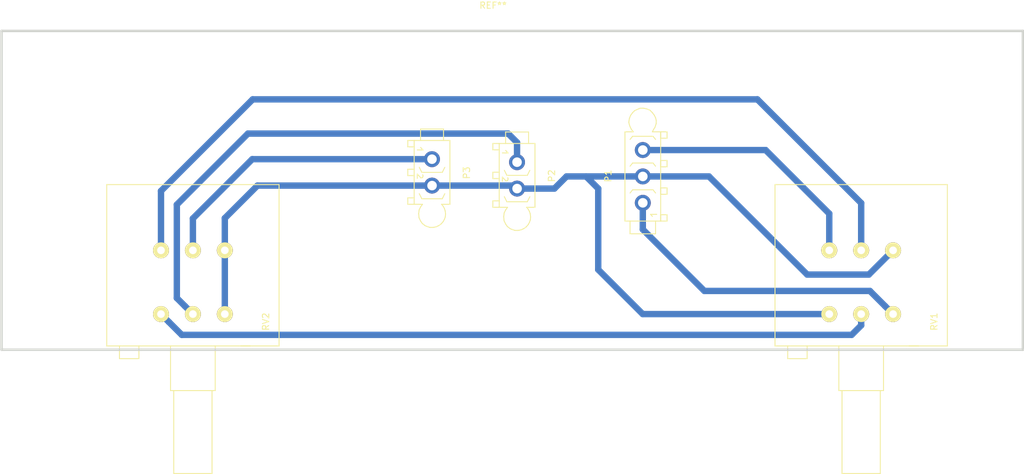
<source format=kicad_pcb>
(kicad_pcb (version 4) (host pcbnew 4.0.7)

  (general
    (links 12)
    (no_connects 0)
    (area 53.398 82.6926 214.238181 157.355001)
    (thickness 1.6)
    (drawings 0)
    (tracks 46)
    (zones 0)
    (modules 6)
    (nets 8)
  )

  (page A4)
  (layers
    (0 F.Cu signal)
    (31 B.Cu signal)
    (32 B.Adhes user)
    (33 F.Adhes user)
    (34 B.Paste user)
    (35 F.Paste user)
    (36 B.SilkS user)
    (37 F.SilkS user)
    (38 B.Mask user)
    (39 F.Mask user)
    (40 Dwgs.User user)
    (41 Cmts.User user)
    (42 Eco1.User user)
    (43 Eco2.User user)
    (44 Edge.Cuts user)
    (45 Margin user)
    (46 B.CrtYd user)
    (47 F.CrtYd user)
    (48 B.Fab user)
    (49 F.Fab user)
  )

  (setup
    (last_trace_width 1)
    (trace_clearance 0.2)
    (zone_clearance 0.508)
    (zone_45_only no)
    (trace_min 0.2)
    (segment_width 0.2)
    (edge_width 0.15)
    (via_size 2)
    (via_drill 1)
    (via_min_size 0.4)
    (via_min_drill 0.3)
    (uvia_size 0.3)
    (uvia_drill 0.1)
    (uvias_allowed no)
    (uvia_min_size 0.2)
    (uvia_min_drill 0.1)
    (pcb_text_width 0.3)
    (pcb_text_size 1.5 1.5)
    (mod_edge_width 0.15)
    (mod_text_size 1 1)
    (mod_text_width 0.15)
    (pad_size 1.524 1.524)
    (pad_drill 0.762)
    (pad_to_mask_clearance 0.2)
    (aux_axis_origin 0 0)
    (visible_elements 7FFFFFFF)
    (pcbplotparams
      (layerselection 0x00030_80000001)
      (usegerberextensions false)
      (excludeedgelayer true)
      (linewidth 0.100000)
      (plotframeref false)
      (viasonmask false)
      (mode 1)
      (useauxorigin false)
      (hpglpennumber 1)
      (hpglpenspeed 20)
      (hpglpendiameter 15)
      (hpglpenoverlay 2)
      (psnegative false)
      (psa4output false)
      (plotreference true)
      (plotvalue true)
      (plotinvisibletext false)
      (padsonsilk false)
      (subtractmaskfromsilk false)
      (outputformat 1)
      (mirror false)
      (drillshape 1)
      (scaleselection 1)
      (outputdirectory ""))
  )

  (net 0 "")
  (net 1 Earth_Clean)
  (net 2 "Net-(RV1-Pad5)")
  (net 3 "Net-(RV1-Pad2)")
  (net 4 "Net-(P1-Pad1)")
  (net 5 "Net-(P1-Pad3)")
  (net 6 "Net-(P2-Pad1)")
  (net 7 "Net-(P3-Pad1)")

  (net_class Default "Dies ist die voreingestellte Netzklasse."
    (clearance 0.2)
    (trace_width 1)
    (via_dia 2)
    (via_drill 1)
    (uvia_dia 0.3)
    (uvia_drill 0.1)
    (add_net Earth_Clean)
    (add_net "Net-(P1-Pad1)")
    (add_net "Net-(P1-Pad3)")
    (add_net "Net-(P2-Pad1)")
    (add_net "Net-(P3-Pad1)")
    (add_net "Net-(RV1-Pad2)")
    (add_net "Net-(RV1-Pad5)")
  )

  (module Potentiometer_Alps_RKxxx:Potentiometer_Alps-RK271-double (layer F.Cu) (tedit 57F82420) (tstamp 57F85FDA)
    (at 88.82 133.27 270)
    (descr "Potentiometer  Alps, RK271")
    (tags "Potentiometer, double, dual, Alps, RK271")
    (path /55DA80EE)
    (fp_text reference RV2 (at 0 -6.42874 270) (layer F.SilkS)
      (effects (font (size 1 1) (thickness 0.15)))
    )
    (fp_text value "Alps 20k log" (at 0 16.43126 270) (layer F.Fab)
      (effects (font (size 1 1) (thickness 0.15)))
    )
    (fp_line (start 3.79984 16.51) (end 5.79984 16.51) (layer F.SilkS) (width 0.15))
    (fp_line (start 3.79984 13.462) (end 5.79984 13.462) (layer F.SilkS) (width 0.15))
    (fp_line (start 5.79984 13.5) (end 5.79984 16.5) (layer F.SilkS) (width 0.15))
    (fp_line (start -21.50016 -8.5) (end -21.50016 18.5) (layer F.SilkS) (width 0.15))
    (fp_line (start 3.79984 -2.49936) (end 3.79984 -3.99796) (layer F.SilkS) (width 0.15))
    (fp_line (start 3.79984 -8.5) (end -21.50016 -8.5) (layer F.SilkS) (width 0.15))
    (fp_line (start 10.81 2.00152) (end 23.81 2.00152) (layer F.SilkS) (width 0.15))
    (fp_line (start 23.81 2.00152) (end 23.81 8.001) (layer F.SilkS) (width 0.15))
    (fp_line (start 23.81 8.001) (end 10.81 8.001) (layer F.SilkS) (width 0.15))
    (fp_line (start 3.79984 1.50114) (end 10.81 1.50114) (layer F.SilkS) (width 0.15))
    (fp_line (start 10.81 1.50114) (end 10.81 8.50138) (layer F.SilkS) (width 0.15))
    (fp_line (start 10.81 8.50138) (end 3.79984 8.50138) (layer F.SilkS) (width 0.15))
    (fp_line (start -21.50016 18.5) (end 3.79984 18.5) (layer F.SilkS) (width 0.15))
    (fp_line (start 3.79984 18.5) (end 3.79984 -8.5) (layer F.SilkS) (width 0.15))
    (pad 4 thru_hole circle (at -11.19 10 270) (size 2.49936 2.49936) (drill 1.19888) (layers *.Cu *.Mask F.SilkS)
      (net 2 "Net-(RV1-Pad5)"))
    (pad 5 thru_hole circle (at -11.19 5 270) (size 2.49936 2.49936) (drill 1.19888) (layers *.Cu *.Mask F.SilkS)
      (net 7 "Net-(P3-Pad1)"))
    (pad 6 thru_hole circle (at -11.19 0 270) (size 2.49936 2.49936) (drill 1.19888) (layers *.Cu *.Mask F.SilkS)
      (net 1 Earth_Clean))
    (pad 2 thru_hole circle (at -1.19 5 270) (size 2.49936 2.49936) (drill 1.19888) (layers *.Cu *.Mask F.SilkS)
      (net 6 "Net-(P2-Pad1)"))
    (pad 1 thru_hole circle (at -1.19 10 270) (size 2.49936 2.49936) (drill 1.19888) (layers *.Cu *.Mask F.SilkS)
      (net 3 "Net-(RV1-Pad2)"))
    (pad 3 thru_hole circle (at -1.19 0 270) (size 2.49936 2.49936) (drill 1.19888) (layers *.Cu *.Mask F.SilkS)
      (net 1 Earth_Clean))
  )

  (module Potentiometer_Alps_RKxxx:Potentiometer_Alps-RK271-double (layer F.Cu) (tedit 57F82420) (tstamp 57F85FD1)
    (at 193.515 133.27 270)
    (descr "Potentiometer  Alps, RK271")
    (tags "Potentiometer, double, dual, Alps, RK271")
    (path /55DA8395)
    (fp_text reference RV1 (at 0 -6.42874 270) (layer F.SilkS)
      (effects (font (size 1 1) (thickness 0.15)))
    )
    (fp_text value "Alps 50k lin" (at 0 16.43126 270) (layer F.Fab)
      (effects (font (size 1 1) (thickness 0.15)))
    )
    (fp_line (start 3.79984 16.51) (end 5.79984 16.51) (layer F.SilkS) (width 0.15))
    (fp_line (start 3.79984 13.462) (end 5.79984 13.462) (layer F.SilkS) (width 0.15))
    (fp_line (start 5.79984 13.5) (end 5.79984 16.5) (layer F.SilkS) (width 0.15))
    (fp_line (start -21.50016 -8.5) (end -21.50016 18.5) (layer F.SilkS) (width 0.15))
    (fp_line (start 3.79984 -2.49936) (end 3.79984 -3.99796) (layer F.SilkS) (width 0.15))
    (fp_line (start 3.79984 -8.5) (end -21.50016 -8.5) (layer F.SilkS) (width 0.15))
    (fp_line (start 10.81 2.00152) (end 23.81 2.00152) (layer F.SilkS) (width 0.15))
    (fp_line (start 23.81 2.00152) (end 23.81 8.001) (layer F.SilkS) (width 0.15))
    (fp_line (start 23.81 8.001) (end 10.81 8.001) (layer F.SilkS) (width 0.15))
    (fp_line (start 3.79984 1.50114) (end 10.81 1.50114) (layer F.SilkS) (width 0.15))
    (fp_line (start 10.81 1.50114) (end 10.81 8.50138) (layer F.SilkS) (width 0.15))
    (fp_line (start 10.81 8.50138) (end 3.79984 8.50138) (layer F.SilkS) (width 0.15))
    (fp_line (start -21.50016 18.5) (end 3.79984 18.5) (layer F.SilkS) (width 0.15))
    (fp_line (start 3.79984 18.5) (end 3.79984 -8.5) (layer F.SilkS) (width 0.15))
    (pad 4 thru_hole circle (at -11.19 10 270) (size 2.49936 2.49936) (drill 1.19888) (layers *.Cu *.Mask F.SilkS)
      (net 5 "Net-(P1-Pad3)"))
    (pad 5 thru_hole circle (at -11.19 5 270) (size 2.49936 2.49936) (drill 1.19888) (layers *.Cu *.Mask F.SilkS)
      (net 2 "Net-(RV1-Pad5)"))
    (pad 6 thru_hole circle (at -11.19 0 270) (size 2.49936 2.49936) (drill 1.19888) (layers *.Cu *.Mask F.SilkS)
      (net 1 Earth_Clean))
    (pad 2 thru_hole circle (at -1.19 5 270) (size 2.49936 2.49936) (drill 1.19888) (layers *.Cu *.Mask F.SilkS)
      (net 3 "Net-(RV1-Pad2)"))
    (pad 1 thru_hole circle (at -1.19 10 270) (size 2.49936 2.49936) (drill 1.19888) (layers *.Cu *.Mask F.SilkS)
      (net 1 Earth_Clean))
    (pad 3 thru_hole circle (at -1.19 0 270) (size 2.49936 2.49936) (drill 1.19888) (layers *.Cu *.Mask F.SilkS)
      (net 4 "Net-(P1-Pad1)"))
  )

  (module Sockets_Mini-Universal:MiniUniversalMate-N-LokSocket_3PinVertical (layer F.Cu) (tedit 0) (tstamp 581F4ECD)
    (at 154.305 110.49 90)
    (descr "Mini Universal Mate-N-Lok Socket, 3 Pin, Vertical,")
    (tags "Mini Universal Mate-N-Lok Socket, 3 Pin, Vertical,")
    (path /581F54BF)
    (fp_text reference P1 (at 0.07112 -5.43052 90) (layer F.SilkS)
      (effects (font (size 1 1) (thickness 0.15)))
    )
    (fp_text value CONN_3 (at -0.70104 5.62102 90) (layer F.Fab)
      (effects (font (size 1 1) (thickness 0.15)))
    )
    (fp_line (start -6.27126 1.50114) (end -5.95122 1.2192) (layer F.SilkS) (width 0.15))
    (fp_line (start -5.95122 1.2192) (end -5.94106 2.17932) (layer F.SilkS) (width 0.15))
    (fp_line (start 5.99694 3.79984) (end 5.99694 2.80162) (layer F.SilkS) (width 0.15))
    (fp_line (start 6.9977 3.79984) (end 5.99694 3.79984) (layer F.SilkS) (width 0.15))
    (fp_line (start 6.9977 2.80162) (end 6.9977 3.79984) (layer F.SilkS) (width 0.15))
    (fp_line (start 5.99694 2.80162) (end 6.9977 2.80162) (layer F.SilkS) (width 0.15))
    (fp_line (start 1.4986 2.80162) (end 2.49936 2.80162) (layer F.SilkS) (width 0.15))
    (fp_line (start 2.49936 2.80162) (end 2.49936 3.79984) (layer F.SilkS) (width 0.15))
    (fp_line (start 2.49936 3.79984) (end 1.4986 3.79984) (layer F.SilkS) (width 0.15))
    (fp_line (start 1.4986 3.79984) (end 1.4986 2.80162) (layer F.SilkS) (width 0.15))
    (fp_line (start -2.80162 3.79984) (end -2.80162 2.80162) (layer F.SilkS) (width 0.15))
    (fp_line (start -1.80086 3.79984) (end -2.80162 3.79984) (layer F.SilkS) (width 0.15))
    (fp_line (start -1.80086 2.80162) (end -1.80086 3.79984) (layer F.SilkS) (width 0.15))
    (fp_line (start -2.80162 2.80162) (end -1.80086 2.80162) (layer F.SilkS) (width 0.15))
    (fp_line (start -7.00024 2.80162) (end -5.99948 2.80162) (layer F.SilkS) (width 0.15))
    (fp_line (start -5.99948 2.80162) (end -5.99948 3.79984) (layer F.SilkS) (width 0.15))
    (fp_line (start -5.99948 3.79984) (end -7.00024 3.79984) (layer F.SilkS) (width 0.15))
    (fp_line (start -7.00024 3.79984) (end -7.00024 2.80162) (layer F.SilkS) (width 0.15))
    (fp_line (start 6.2992 -1.6002) (end 5.79882 -1.99898) (layer F.SilkS) (width 0.15))
    (fp_line (start 6.2992 -1.6002) (end 6.2992 1.6002) (layer F.SilkS) (width 0.15))
    (fp_line (start 6.2992 1.6002) (end 5.79882 1.99898) (layer F.SilkS) (width 0.15))
    (fp_line (start 2.10058 1.6002) (end 1.6002 1.99898) (layer F.SilkS) (width 0.15))
    (fp_line (start 2.10058 -1.6002) (end 1.6002 -1.99898) (layer F.SilkS) (width 0.15))
    (fp_line (start -2.10058 1.6002) (end -2.60096 1.99898) (layer F.SilkS) (width 0.15))
    (fp_line (start -2.10058 -1.6002) (end -2.60096 -1.99898) (layer F.SilkS) (width 0.15))
    (fp_line (start 2.10058 -1.6002) (end 2.10058 1.6002) (layer F.SilkS) (width 0.15))
    (fp_line (start -2.10058 -1.6002) (end -2.10058 1.6002) (layer F.SilkS) (width 0.15))
    (fp_line (start -7.00024 -1.99898) (end -8.99922 -1.99898) (layer F.SilkS) (width 0.15))
    (fp_line (start -8.99922 -1.99898) (end -8.99922 1.99898) (layer F.SilkS) (width 0.15))
    (fp_line (start -8.99922 1.99898) (end -7.00024 1.99898) (layer F.SilkS) (width 0.15))
    (fp_line (start 7.00024 -1.50114) (end 7.39902 -1.80086) (layer F.SilkS) (width 0.15))
    (fp_line (start 7.39902 -1.80086) (end 7.80034 -1.99898) (layer F.SilkS) (width 0.15))
    (fp_line (start 7.80034 -1.99898) (end 8.10006 -2.10058) (layer F.SilkS) (width 0.15))
    (fp_line (start 8.10006 -2.10058) (end 8.49884 -2.19964) (layer F.SilkS) (width 0.15))
    (fp_line (start 8.49884 -2.19964) (end 9.10082 -2.10058) (layer F.SilkS) (width 0.15))
    (fp_line (start 9.10082 -2.10058) (end 9.6012 -1.89992) (layer F.SilkS) (width 0.15))
    (fp_line (start 9.6012 -1.89992) (end 9.99998 -1.6002) (layer F.SilkS) (width 0.15))
    (fp_line (start 9.99998 -1.6002) (end 10.2997 -1.30048) (layer F.SilkS) (width 0.15))
    (fp_line (start 10.2997 -1.30048) (end 10.50036 -0.89916) (layer F.SilkS) (width 0.15))
    (fp_line (start 10.50036 -0.89916) (end 10.70102 -0.39878) (layer F.SilkS) (width 0.15))
    (fp_line (start 10.70102 -0.39878) (end 10.70102 0.09906) (layer F.SilkS) (width 0.15))
    (fp_line (start 10.70102 0.09906) (end 10.59942 0.59944) (layer F.SilkS) (width 0.15))
    (fp_line (start 10.59942 0.59944) (end 10.39876 1.09982) (layer F.SilkS) (width 0.15))
    (fp_line (start 10.39876 1.09982) (end 9.99998 1.50114) (layer F.SilkS) (width 0.15))
    (fp_line (start 9.99998 1.50114) (end 9.6012 1.80086) (layer F.SilkS) (width 0.15))
    (fp_line (start 9.6012 1.80086) (end 9.19988 1.99898) (layer F.SilkS) (width 0.15))
    (fp_line (start 9.19988 1.99898) (end 8.8011 2.10058) (layer F.SilkS) (width 0.15))
    (fp_line (start 8.8011 2.10058) (end 8.30072 2.10058) (layer F.SilkS) (width 0.15))
    (fp_line (start 8.30072 2.10058) (end 7.69874 1.89992) (layer F.SilkS) (width 0.15))
    (fp_line (start 7.69874 1.89992) (end 7.39902 1.69926) (layer F.SilkS) (width 0.15))
    (fp_line (start 7.39902 1.69926) (end 7.00024 1.50114) (layer F.SilkS) (width 0.15))
    (fp_line (start 7.00024 2.79908) (end 7.00024 1.50114) (layer F.SilkS) (width 0.15))
    (fp_line (start 7.00024 -2.79908) (end 7.00024 -1.50114) (layer F.SilkS) (width 0.15))
    (fp_line (start -7.00024 -2.79908) (end -7.00024 2.79908) (layer F.SilkS) (width 0.15))
    (fp_line (start -7.00024 2.79908) (end 7.00024 2.79908) (layer F.SilkS) (width 0.15))
    (fp_line (start -7.00024 -2.79908) (end 7.00024 -2.79908) (layer F.SilkS) (width 0.15))
    (pad 2 thru_hole circle (at 0 0 180) (size 2.49936 2.49936) (drill 1.50114) (layers *.Cu *.Mask)
      (net 1 Earth_Clean))
    (pad "" np_thru_hole circle (at 8.59028 0 90) (size 3.2004 3.2004) (drill 3.2004) (layers *.Cu *.Mask))
    (pad 1 thru_hole circle (at -4.1402 0 180) (size 2.49936 2.49936) (drill 1.50114) (layers *.Cu *.Mask)
      (net 4 "Net-(P1-Pad1)"))
    (pad 3 thru_hole circle (at 4.1402 0 180) (size 2.49936 2.49936) (drill 1.50114) (layers *.Cu *.Mask)
      (net 5 "Net-(P1-Pad3)"))
  )

  (module Sockets_Mini-Universal:MiniUniversalMate-N-LokSocket_2PinVertical (layer F.Cu) (tedit 0) (tstamp 5945B6E9)
    (at 134.60984 110.3249 270)
    (descr "Mini Universal Mate-N-Lok Socket, 2 Pin, Vertical,")
    (tags "Mini Universal Mate-N-Lok Socket, 2 Pin, Vertical,")
    (path /5945B6EB)
    (fp_text reference P2 (at 0.07112 -5.43052 270) (layer F.SilkS)
      (effects (font (size 1 1) (thickness 0.15)))
    )
    (fp_text value CONN_2 (at -0.70104 5.62102 270) (layer F.Fab)
      (effects (font (size 1 1) (thickness 0.15)))
    )
    (fp_line (start 0.37084 1.47066) (end 0.45974 1.41986) (layer F.SilkS) (width 0.15))
    (fp_line (start 0.45974 1.41986) (end 0.6604 1.41986) (layer F.SilkS) (width 0.15))
    (fp_line (start 0.6604 1.41986) (end 0.82042 1.52908) (layer F.SilkS) (width 0.15))
    (fp_line (start 0.82042 1.52908) (end 0.87884 1.72974) (layer F.SilkS) (width 0.15))
    (fp_line (start 0.87884 1.72974) (end 0.26924 2.30886) (layer F.SilkS) (width 0.15))
    (fp_line (start 0.26924 2.30886) (end 0.9398 2.30886) (layer F.SilkS) (width 0.15))
    (fp_line (start -3.90906 1.7907) (end -3.51028 1.41986) (layer F.SilkS) (width 0.15))
    (fp_line (start -3.51028 1.41986) (end -3.52044 2.30886) (layer F.SilkS) (width 0.15))
    (fp_line (start 0 -1.6002) (end -0.8001 -1.99898) (layer F.SilkS) (width 0.15))
    (fp_line (start 4.1402 -1.6002) (end 3.3401 -1.99898) (layer F.SilkS) (width 0.15))
    (fp_line (start 4.1402 1.6002) (end 3.3401 1.99898) (layer F.SilkS) (width 0.15))
    (fp_line (start 0 1.6002) (end -0.8001 1.99898) (layer F.SilkS) (width 0.15))
    (fp_line (start 4.1402 -1.6002) (end 4.1402 1.6002) (layer F.SilkS) (width 0.15))
    (fp_line (start 0 -1.6002) (end 0 1.6002) (layer F.SilkS) (width 0.15))
    (fp_line (start 0.50038 2.79908) (end 0.50038 3.79984) (layer F.SilkS) (width 0.15))
    (fp_line (start 0.50038 3.79984) (end -0.50038 3.79984) (layer F.SilkS) (width 0.15))
    (fp_line (start -0.50038 3.79984) (end -0.50038 2.79908) (layer F.SilkS) (width 0.15))
    (fp_line (start 5.00126 2.79908) (end 5.00126 3.79984) (layer F.SilkS) (width 0.15))
    (fp_line (start 5.00126 3.79984) (end 4.0005 3.79984) (layer F.SilkS) (width 0.15))
    (fp_line (start 4.0005 3.79984) (end 4.0005 2.79908) (layer F.SilkS) (width 0.15))
    (fp_line (start -5.00126 2.79908) (end -5.00126 3.79984) (layer F.SilkS) (width 0.15))
    (fp_line (start -5.00126 3.79984) (end -4.0005 3.79984) (layer F.SilkS) (width 0.15))
    (fp_line (start -4.0005 3.79984) (end -4.0005 2.79908) (layer F.SilkS) (width 0.15))
    (fp_line (start -5.00126 -1.80086) (end -6.79958 -1.80086) (layer F.SilkS) (width 0.15))
    (fp_line (start -6.79958 -1.80086) (end -6.79958 1.80086) (layer F.SilkS) (width 0.15))
    (fp_line (start -6.79958 1.80086) (end -5.00126 1.80086) (layer F.SilkS) (width 0.15))
    (fp_line (start 5.00126 -1.50114) (end 5.2705 -1.71958) (layer F.SilkS) (width 0.15))
    (fp_line (start 5.2705 -1.71958) (end 5.64896 -1.9304) (layer F.SilkS) (width 0.15))
    (fp_line (start 5.64896 -1.9304) (end 6.04012 -2.05994) (layer F.SilkS) (width 0.15))
    (fp_line (start 6.04012 -2.05994) (end 6.52018 -2.1209) (layer F.SilkS) (width 0.15))
    (fp_line (start 6.52018 -2.1209) (end 6.99008 -2.0701) (layer F.SilkS) (width 0.15))
    (fp_line (start 6.99008 -2.0701) (end 7.33044 -1.95072) (layer F.SilkS) (width 0.15))
    (fp_line (start 7.33044 -1.95072) (end 7.7089 -1.75006) (layer F.SilkS) (width 0.15))
    (fp_line (start 7.7089 -1.75006) (end 8.07974 -1.43002) (layer F.SilkS) (width 0.15))
    (fp_line (start 8.07974 -1.43002) (end 8.3312 -1.0795) (layer F.SilkS) (width 0.15))
    (fp_line (start 8.3312 -1.0795) (end 8.53948 -0.62992) (layer F.SilkS) (width 0.15))
    (fp_line (start 8.53948 -0.62992) (end 8.63092 -0.1905) (layer F.SilkS) (width 0.15))
    (fp_line (start 8.63092 -0.1905) (end 8.63092 0.35052) (layer F.SilkS) (width 0.15))
    (fp_line (start 8.63092 0.35052) (end 8.37946 1.05918) (layer F.SilkS) (width 0.15))
    (fp_line (start 8.37946 1.05918) (end 8.01116 1.52908) (layer F.SilkS) (width 0.15))
    (fp_line (start 8.01116 1.52908) (end 7.65048 1.78054) (layer F.SilkS) (width 0.15))
    (fp_line (start 7.65048 1.78054) (end 7.11962 2.03962) (layer F.SilkS) (width 0.15))
    (fp_line (start 7.11962 2.03962) (end 6.46938 2.10058) (layer F.SilkS) (width 0.15))
    (fp_line (start 6.46938 2.10058) (end 5.8801 2.0193) (layer F.SilkS) (width 0.15))
    (fp_line (start 5.8801 2.0193) (end 5.43052 1.80086) (layer F.SilkS) (width 0.15))
    (fp_line (start 5.43052 1.80086) (end 5.00126 1.50114) (layer F.SilkS) (width 0.15))
    (fp_line (start -5.00126 -2.79908) (end -5.00126 2.79908) (layer F.SilkS) (width 0.15))
    (fp_line (start -5.00126 2.79908) (end 5.00126 2.79908) (layer F.SilkS) (width 0.15))
    (fp_line (start 5.00126 2.79908) (end 5.00126 1.50114) (layer F.SilkS) (width 0.15))
    (fp_line (start -5.00126 -2.79908) (end 5.00888 -2.79908) (layer F.SilkS) (width 0.15))
    (fp_line (start 5.00888 -2.79908) (end 5.00126 -1.49098) (layer F.SilkS) (width 0.15))
    (pad 2 thru_hole circle (at 2.0701 0) (size 2.49936 2.49936) (drill 1.50114) (layers *.Cu *.Mask)
      (net 1 Earth_Clean))
    (pad "" np_thru_hole circle (at 6.52018 0 270) (size 3.2004 3.2004) (drill 3.2004) (layers *.Cu *.Mask))
    (pad 1 thru_hole circle (at -2.0701 0.01016) (size 2.49936 2.49936) (drill 1.50114) (layers *.Cu *.Mask)
      (net 6 "Net-(P2-Pad1)"))
  )

  (module Sockets_Mini-Universal:MiniUniversalMate-N-LokSocket_2PinVertical (layer F.Cu) (tedit 0) (tstamp 5945B6F0)
    (at 121.285 109.855 270)
    (descr "Mini Universal Mate-N-Lok Socket, 2 Pin, Vertical,")
    (tags "Mini Universal Mate-N-Lok Socket, 2 Pin, Vertical,")
    (path /5945B7D4)
    (fp_text reference P3 (at 0.07112 -5.43052 270) (layer F.SilkS)
      (effects (font (size 1 1) (thickness 0.15)))
    )
    (fp_text value CONN_2 (at -0.70104 5.62102 270) (layer F.Fab)
      (effects (font (size 1 1) (thickness 0.15)))
    )
    (fp_line (start 0.37084 1.47066) (end 0.45974 1.41986) (layer F.SilkS) (width 0.15))
    (fp_line (start 0.45974 1.41986) (end 0.6604 1.41986) (layer F.SilkS) (width 0.15))
    (fp_line (start 0.6604 1.41986) (end 0.82042 1.52908) (layer F.SilkS) (width 0.15))
    (fp_line (start 0.82042 1.52908) (end 0.87884 1.72974) (layer F.SilkS) (width 0.15))
    (fp_line (start 0.87884 1.72974) (end 0.26924 2.30886) (layer F.SilkS) (width 0.15))
    (fp_line (start 0.26924 2.30886) (end 0.9398 2.30886) (layer F.SilkS) (width 0.15))
    (fp_line (start -3.90906 1.7907) (end -3.51028 1.41986) (layer F.SilkS) (width 0.15))
    (fp_line (start -3.51028 1.41986) (end -3.52044 2.30886) (layer F.SilkS) (width 0.15))
    (fp_line (start 0 -1.6002) (end -0.8001 -1.99898) (layer F.SilkS) (width 0.15))
    (fp_line (start 4.1402 -1.6002) (end 3.3401 -1.99898) (layer F.SilkS) (width 0.15))
    (fp_line (start 4.1402 1.6002) (end 3.3401 1.99898) (layer F.SilkS) (width 0.15))
    (fp_line (start 0 1.6002) (end -0.8001 1.99898) (layer F.SilkS) (width 0.15))
    (fp_line (start 4.1402 -1.6002) (end 4.1402 1.6002) (layer F.SilkS) (width 0.15))
    (fp_line (start 0 -1.6002) (end 0 1.6002) (layer F.SilkS) (width 0.15))
    (fp_line (start 0.50038 2.79908) (end 0.50038 3.79984) (layer F.SilkS) (width 0.15))
    (fp_line (start 0.50038 3.79984) (end -0.50038 3.79984) (layer F.SilkS) (width 0.15))
    (fp_line (start -0.50038 3.79984) (end -0.50038 2.79908) (layer F.SilkS) (width 0.15))
    (fp_line (start 5.00126 2.79908) (end 5.00126 3.79984) (layer F.SilkS) (width 0.15))
    (fp_line (start 5.00126 3.79984) (end 4.0005 3.79984) (layer F.SilkS) (width 0.15))
    (fp_line (start 4.0005 3.79984) (end 4.0005 2.79908) (layer F.SilkS) (width 0.15))
    (fp_line (start -5.00126 2.79908) (end -5.00126 3.79984) (layer F.SilkS) (width 0.15))
    (fp_line (start -5.00126 3.79984) (end -4.0005 3.79984) (layer F.SilkS) (width 0.15))
    (fp_line (start -4.0005 3.79984) (end -4.0005 2.79908) (layer F.SilkS) (width 0.15))
    (fp_line (start -5.00126 -1.80086) (end -6.79958 -1.80086) (layer F.SilkS) (width 0.15))
    (fp_line (start -6.79958 -1.80086) (end -6.79958 1.80086) (layer F.SilkS) (width 0.15))
    (fp_line (start -6.79958 1.80086) (end -5.00126 1.80086) (layer F.SilkS) (width 0.15))
    (fp_line (start 5.00126 -1.50114) (end 5.2705 -1.71958) (layer F.SilkS) (width 0.15))
    (fp_line (start 5.2705 -1.71958) (end 5.64896 -1.9304) (layer F.SilkS) (width 0.15))
    (fp_line (start 5.64896 -1.9304) (end 6.04012 -2.05994) (layer F.SilkS) (width 0.15))
    (fp_line (start 6.04012 -2.05994) (end 6.52018 -2.1209) (layer F.SilkS) (width 0.15))
    (fp_line (start 6.52018 -2.1209) (end 6.99008 -2.0701) (layer F.SilkS) (width 0.15))
    (fp_line (start 6.99008 -2.0701) (end 7.33044 -1.95072) (layer F.SilkS) (width 0.15))
    (fp_line (start 7.33044 -1.95072) (end 7.7089 -1.75006) (layer F.SilkS) (width 0.15))
    (fp_line (start 7.7089 -1.75006) (end 8.07974 -1.43002) (layer F.SilkS) (width 0.15))
    (fp_line (start 8.07974 -1.43002) (end 8.3312 -1.0795) (layer F.SilkS) (width 0.15))
    (fp_line (start 8.3312 -1.0795) (end 8.53948 -0.62992) (layer F.SilkS) (width 0.15))
    (fp_line (start 8.53948 -0.62992) (end 8.63092 -0.1905) (layer F.SilkS) (width 0.15))
    (fp_line (start 8.63092 -0.1905) (end 8.63092 0.35052) (layer F.SilkS) (width 0.15))
    (fp_line (start 8.63092 0.35052) (end 8.37946 1.05918) (layer F.SilkS) (width 0.15))
    (fp_line (start 8.37946 1.05918) (end 8.01116 1.52908) (layer F.SilkS) (width 0.15))
    (fp_line (start 8.01116 1.52908) (end 7.65048 1.78054) (layer F.SilkS) (width 0.15))
    (fp_line (start 7.65048 1.78054) (end 7.11962 2.03962) (layer F.SilkS) (width 0.15))
    (fp_line (start 7.11962 2.03962) (end 6.46938 2.10058) (layer F.SilkS) (width 0.15))
    (fp_line (start 6.46938 2.10058) (end 5.8801 2.0193) (layer F.SilkS) (width 0.15))
    (fp_line (start 5.8801 2.0193) (end 5.43052 1.80086) (layer F.SilkS) (width 0.15))
    (fp_line (start 5.43052 1.80086) (end 5.00126 1.50114) (layer F.SilkS) (width 0.15))
    (fp_line (start -5.00126 -2.79908) (end -5.00126 2.79908) (layer F.SilkS) (width 0.15))
    (fp_line (start -5.00126 2.79908) (end 5.00126 2.79908) (layer F.SilkS) (width 0.15))
    (fp_line (start 5.00126 2.79908) (end 5.00126 1.50114) (layer F.SilkS) (width 0.15))
    (fp_line (start -5.00126 -2.79908) (end 5.00888 -2.79908) (layer F.SilkS) (width 0.15))
    (fp_line (start 5.00888 -2.79908) (end 5.00126 -1.49098) (layer F.SilkS) (width 0.15))
    (pad 2 thru_hole circle (at 2.0701 0) (size 2.49936 2.49936) (drill 1.50114) (layers *.Cu *.Mask)
      (net 1 Earth_Clean))
    (pad "" np_thru_hole circle (at 6.52018 0 270) (size 3.2004 3.2004) (drill 3.2004) (layers *.Cu *.Mask))
    (pad 1 thru_hole circle (at -2.0701 0.01016) (size 2.49936 2.49936) (drill 1.50114) (layers *.Cu *.Mask)
      (net 7 "Net-(P3-Pad1)"))
  )

  (module EuroBoard_Outline:EuroBoard_halb_Type-II_160mmX50mm_holes (layer F.Cu) (tedit 0) (tstamp 59F39E96)
    (at 53.848 137.668)
    (descr "Outline, Eurocard 1/2, Type II, 160x50mm, with holes 3,5mm,")
    (tags "Outline, Eurocard 1/2, Type II, 160x50mm, with holes 3,5mm,")
    (fp_text reference REF** (at 77.0001 -54.0004) (layer F.SilkS)
      (effects (font (size 1 1) (thickness 0.15)))
    )
    (fp_text value EuroBoard_halb_Type-II_160mmX50mm_holes (at 78.00086 5.99948) (layer F.Fab)
      (effects (font (size 1 1) (thickness 0.15)))
    )
    (fp_line (start 0 0) (end 159.99968 0) (layer Edge.Cuts) (width 0.381))
    (fp_line (start 159.99968 0) (end 159.99968 -49.9999) (layer Edge.Cuts) (width 0.381))
    (fp_line (start 159.99968 -49.9999) (end 0 -49.9999) (layer Edge.Cuts) (width 0.381))
    (fp_line (start 0 -49.9999) (end 0 0) (layer Edge.Cuts) (width 0.381))
    (pad "" np_thru_hole circle (at 5.00126 -5.00126) (size 3.50012 3.50012) (drill 3.50012) (layers *.Cu *.Mask))
    (pad "" np_thru_hole circle (at 5.00126 -45.00118) (size 3.50012 3.50012) (drill 3.50012) (layers *.Cu *.Mask))
    (pad "" np_thru_hole circle (at 155.00096 -45.00118) (size 3.50012 3.50012) (drill 3.50012) (layers *.Cu *.Mask))
    (pad "" np_thru_hole circle (at 155.00096 -5.00126) (size 3.50012 3.50012) (drill 3.50012) (layers *.Cu *.Mask))
  )

  (segment (start 193.515 122.08) (end 189.714232 125.880768) (width 1) (layer B.Cu) (net 1))
  (segment (start 189.714232 125.880768) (end 180.058957 125.880768) (width 1) (layer B.Cu) (net 1))
  (segment (start 180.058957 125.880768) (end 164.668189 110.49) (width 1) (layer B.Cu) (net 1))
  (segment (start 164.668189 110.49) (end 154.305 110.49) (width 1) (layer B.Cu) (net 1))
  (segment (start 134.60984 112.395) (end 140.453474 112.395) (width 1) (layer B.Cu) (net 1))
  (segment (start 140.453474 112.395) (end 142.358474 110.49) (width 1) (layer B.Cu) (net 1))
  (segment (start 142.358474 110.49) (end 145.415 110.49) (width 1) (layer B.Cu) (net 1))
  (segment (start 121.285 111.9251) (end 93.930469 111.9251) (width 1) (layer B.Cu) (net 1))
  (segment (start 93.930469 111.9251) (end 88.82 117.035569) (width 1) (layer B.Cu) (net 1))
  (segment (start 88.82 117.035569) (end 88.82 122.08) (width 1) (layer B.Cu) (net 1))
  (segment (start 145.415 110.49) (end 154.305 110.49) (width 1) (layer B.Cu) (net 1))
  (segment (start 183.515 132.08) (end 154.29484 132.08) (width 1) (layer B.Cu) (net 1))
  (segment (start 154.29484 132.08) (end 147.32 125.10516) (width 1) (layer B.Cu) (net 1))
  (segment (start 147.32 125.10516) (end 147.32 112.395) (width 1) (layer B.Cu) (net 1))
  (segment (start 147.32 112.395) (end 145.415 110.49) (width 1) (layer B.Cu) (net 1))
  (segment (start 121.285 111.9251) (end 134.13994 111.9251) (width 1) (layer B.Cu) (net 1))
  (segment (start 134.13994 111.9251) (end 134.60984 112.395) (width 1) (layer B.Cu) (net 1))
  (segment (start 88.82 132.08) (end 88.82 122.08) (width 1) (layer B.Cu) (net 1))
  (segment (start 188.515 122.08) (end 188.515 114.666424) (width 1) (layer B.Cu) (net 2))
  (segment (start 188.515 114.666424) (end 172.250403 98.401827) (width 1) (layer B.Cu) (net 2))
  (segment (start 78.82 112.768719) (end 78.82 122.08) (width 1) (layer B.Cu) (net 2))
  (segment (start 172.250403 98.401827) (end 93.186892 98.401827) (width 1) (layer B.Cu) (net 2))
  (segment (start 93.186892 98.401827) (end 78.82 112.768719) (width 1) (layer B.Cu) (net 2))
  (segment (start 188.515 132.08) (end 188.515 133.847314) (width 1) (layer B.Cu) (net 3))
  (segment (start 188.515 133.847314) (end 187.028418 135.333896) (width 1) (layer B.Cu) (net 3))
  (segment (start 187.028418 135.333896) (end 82.073896 135.333896) (width 1) (layer B.Cu) (net 3))
  (segment (start 82.073896 135.333896) (end 80.069679 133.329679) (width 1) (layer B.Cu) (net 3))
  (segment (start 80.069679 133.329679) (end 78.82 132.08) (width 1) (layer B.Cu) (net 3))
  (segment (start 154.305 114.6302) (end 154.305 118.803743) (width 1) (layer B.Cu) (net 4))
  (segment (start 154.305 118.803743) (end 163.945991 128.444734) (width 1) (layer B.Cu) (net 4))
  (segment (start 163.945991 128.444734) (end 189.879734 128.444734) (width 1) (layer B.Cu) (net 4))
  (segment (start 189.879734 128.444734) (end 192.265321 130.830321) (width 1) (layer B.Cu) (net 4))
  (segment (start 192.265321 130.830321) (end 193.515 132.08) (width 1) (layer B.Cu) (net 4))
  (segment (start 154.305 106.3498) (end 173.542235 106.3498) (width 1) (layer B.Cu) (net 5))
  (segment (start 173.542235 106.3498) (end 183.515 116.322565) (width 1) (layer B.Cu) (net 5))
  (segment (start 183.515 116.322565) (end 183.515 122.08) (width 1) (layer B.Cu) (net 5))
  (segment (start 134.59968 108.2548) (end 134.59968 105.158491) (width 1) (layer B.Cu) (net 6))
  (segment (start 134.59968 105.158491) (end 133.211894 103.770705) (width 1) (layer B.Cu) (net 6))
  (segment (start 133.211894 103.770705) (end 92.444295 103.770705) (width 1) (layer B.Cu) (net 6))
  (segment (start 92.444295 103.770705) (end 81.30279 114.91221) (width 1) (layer B.Cu) (net 6))
  (segment (start 81.30279 114.91221) (end 81.30279 129.56279) (width 1) (layer B.Cu) (net 6))
  (segment (start 81.30279 129.56279) (end 82.570321 130.830321) (width 1) (layer B.Cu) (net 6))
  (segment (start 82.570321 130.830321) (end 83.82 132.08) (width 1) (layer B.Cu) (net 6))
  (segment (start 121.27484 107.7849) (end 93.116072 107.7849) (width 1) (layer B.Cu) (net 7))
  (segment (start 93.116072 107.7849) (end 83.82 117.080972) (width 1) (layer B.Cu) (net 7))
  (segment (start 83.82 117.080972) (end 83.82 122.08) (width 1) (layer B.Cu) (net 7))

)

</source>
